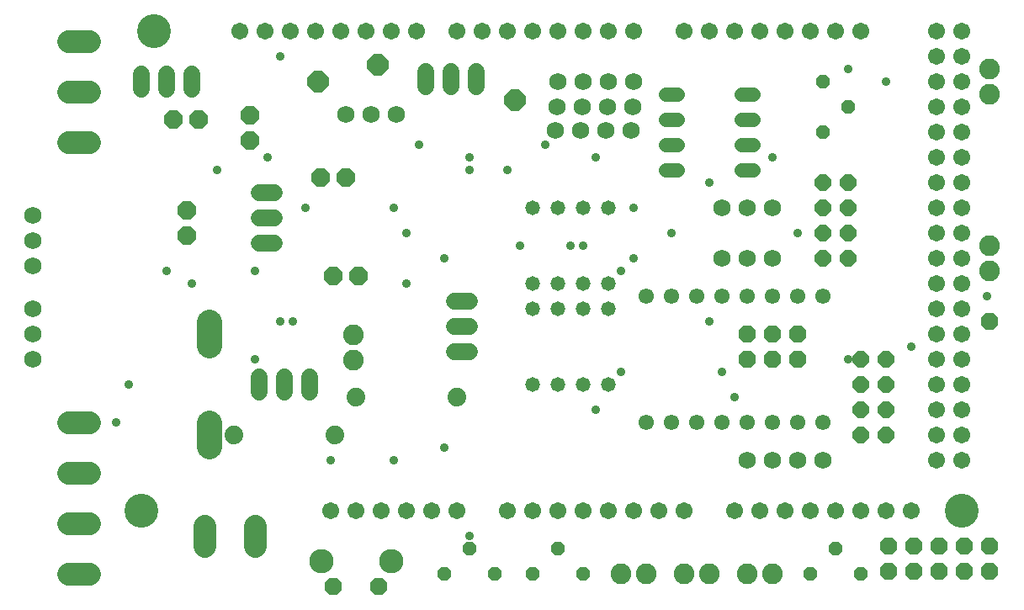
<source format=gbs>
G75*
G70*
%OFA0B0*%
%FSLAX24Y24*%
%IPPOS*%
%LPD*%
%AMOC8*
5,1,8,0,0,1.08239X$1,22.5*
%
%ADD10C,0.0680*%
%ADD11C,0.0680*%
%ADD12C,0.0740*%
%ADD13C,0.0671*%
%ADD14C,0.1340*%
%ADD15OC8,0.0840*%
%ADD16C,0.0986*%
%ADD17OC8,0.0680*%
%ADD18OC8,0.0640*%
%ADD19C,0.0611*%
%ADD20C,0.0965*%
%ADD21C,0.0820*%
%ADD22C,0.0905*%
%ADD23C,0.0560*%
%ADD24OC8,0.0560*%
%ADD25C,0.0580*%
%ADD26OC8,0.0710*%
%ADD27C,0.0350*%
D10*
X008133Y016650D03*
X008133Y017650D03*
X008133Y018650D03*
X008133Y020350D03*
X008133Y021350D03*
X008133Y022350D03*
X020533Y026350D03*
X021533Y026350D03*
X022533Y026350D03*
X028833Y025700D03*
X028883Y026650D03*
X029883Y026650D03*
X029833Y025700D03*
X030833Y025700D03*
X030883Y026650D03*
X031883Y026650D03*
X031833Y025700D03*
X031933Y027650D03*
X030933Y027650D03*
X029933Y027650D03*
X028933Y027650D03*
X035433Y022650D03*
X036433Y022650D03*
X037433Y022650D03*
X037433Y020650D03*
X036433Y020650D03*
X035433Y020650D03*
X036433Y012650D03*
X037433Y012650D03*
X038433Y012650D03*
X039433Y012650D03*
D11*
X025433Y016950D02*
X024833Y016950D01*
X024833Y017950D02*
X025433Y017950D01*
X025433Y018950D02*
X024833Y018950D01*
X019083Y015950D02*
X019083Y015350D01*
X018083Y015350D02*
X018083Y015950D01*
X017083Y015950D02*
X017083Y015350D01*
X017083Y021250D02*
X017683Y021250D01*
X017683Y022250D02*
X017083Y022250D01*
X017083Y023250D02*
X017683Y023250D01*
X014433Y027350D02*
X014433Y027950D01*
X013433Y027950D02*
X013433Y027350D01*
X012433Y027350D02*
X012433Y027950D01*
X023683Y028050D02*
X023683Y027450D01*
X024683Y027450D02*
X024683Y028050D01*
X025683Y028050D02*
X025683Y027450D01*
D12*
X024933Y015150D03*
X020933Y015150D03*
X020083Y013650D03*
X016083Y013650D03*
D13*
X019933Y010650D03*
X020933Y010650D03*
X021933Y010650D03*
X022933Y010650D03*
X023933Y010650D03*
X024933Y010650D03*
X026933Y010650D03*
X027933Y010650D03*
X028933Y010650D03*
X029933Y010650D03*
X030933Y010650D03*
X031933Y010650D03*
X032933Y010650D03*
X033933Y010650D03*
X035933Y010650D03*
X036933Y010650D03*
X037933Y010650D03*
X038933Y010650D03*
X039933Y010650D03*
X040933Y010650D03*
X041933Y010650D03*
X042933Y010650D03*
X043933Y012650D03*
X043933Y013650D03*
X044933Y013650D03*
X044933Y012650D03*
X044933Y014650D03*
X043933Y014650D03*
X043933Y015650D03*
X043933Y016650D03*
X044933Y016650D03*
X044933Y015650D03*
X044933Y017650D03*
X043933Y017650D03*
X043933Y018650D03*
X043933Y019650D03*
X044933Y019650D03*
X044933Y018650D03*
X044933Y020650D03*
X043933Y020650D03*
X043933Y021650D03*
X044933Y021650D03*
X044933Y022650D03*
X043933Y022650D03*
X043933Y023650D03*
X044933Y023650D03*
X044933Y024650D03*
X043933Y024650D03*
X043933Y025650D03*
X043933Y026650D03*
X044933Y026650D03*
X044933Y025650D03*
X044933Y027650D03*
X043933Y027650D03*
X043933Y028650D03*
X043933Y029650D03*
X044933Y029650D03*
X044933Y028650D03*
X040933Y029650D03*
X039933Y029650D03*
X038933Y029650D03*
X037933Y029650D03*
X036933Y029650D03*
X035933Y029650D03*
X034933Y029650D03*
X033933Y029650D03*
X031933Y029650D03*
X030933Y029650D03*
X029933Y029650D03*
X028933Y029650D03*
X027933Y029650D03*
X026933Y029650D03*
X025933Y029650D03*
X024933Y029650D03*
X023333Y029650D03*
X022333Y029650D03*
X021333Y029650D03*
X020333Y029650D03*
X019333Y029650D03*
X018333Y029650D03*
X017333Y029650D03*
X016333Y029650D03*
D14*
X012933Y029650D03*
X012433Y010650D03*
X044933Y010650D03*
D15*
X027233Y026900D03*
X021783Y028300D03*
X019433Y027650D03*
D16*
X015133Y018103D02*
X015133Y017197D01*
X015133Y014103D02*
X015133Y013197D01*
D17*
X020043Y007660D03*
X021823Y007660D03*
X036433Y016650D03*
X037433Y016650D03*
X038433Y016650D03*
X038433Y017650D03*
X037433Y017650D03*
X036433Y017650D03*
X046033Y018150D03*
X046033Y009250D03*
X045033Y009250D03*
X044033Y009250D03*
X043033Y009250D03*
X042033Y009250D03*
X042033Y008250D03*
X043033Y008250D03*
X044033Y008250D03*
X045033Y008250D03*
X046033Y008250D03*
D18*
X041933Y013650D03*
X040933Y013650D03*
X040933Y014650D03*
X041933Y014650D03*
X041933Y015650D03*
X040933Y015650D03*
X040933Y016650D03*
X041933Y016650D03*
X040433Y020650D03*
X039433Y020650D03*
X039433Y021650D03*
X040433Y021650D03*
X040433Y022650D03*
X039433Y022650D03*
X039433Y023650D03*
X040433Y023650D03*
D19*
X039433Y019150D03*
X038433Y019150D03*
X037433Y019150D03*
X036433Y019150D03*
X035433Y019150D03*
X034433Y019150D03*
X033433Y019150D03*
X032433Y019150D03*
X032433Y014150D03*
X033433Y014150D03*
X034433Y014150D03*
X035433Y014150D03*
X036433Y014150D03*
X037433Y014150D03*
X038433Y014150D03*
X039433Y014150D03*
D20*
X022313Y008640D03*
X019553Y008640D03*
D21*
X020833Y016600D03*
X020833Y017600D03*
X031433Y008150D03*
X032433Y008150D03*
X033933Y008150D03*
X034933Y008150D03*
X036433Y008150D03*
X037433Y008150D03*
X046033Y020150D03*
X046033Y021150D03*
X046033Y027150D03*
X046033Y028150D03*
D22*
X010346Y008150D02*
X009521Y008150D01*
X009521Y010150D02*
X010346Y010150D01*
X010346Y012150D02*
X009521Y012150D01*
X009521Y014150D02*
X010346Y014150D01*
X014933Y010063D02*
X014933Y009238D01*
X016933Y009238D02*
X016933Y010063D01*
X010346Y025250D02*
X009521Y025250D01*
X009521Y027250D02*
X010346Y027250D01*
X010346Y029250D02*
X009521Y029250D01*
D23*
X033193Y027150D02*
X033673Y027150D01*
X033673Y026150D02*
X033193Y026150D01*
X033193Y025150D02*
X033673Y025150D01*
X033673Y024150D02*
X033193Y024150D01*
X036193Y024150D02*
X036673Y024150D01*
X036673Y025150D02*
X036193Y025150D01*
X036193Y026150D02*
X036673Y026150D01*
X036673Y027150D02*
X036193Y027150D01*
D24*
X039433Y027650D03*
X040433Y026650D03*
X039433Y025650D03*
X039933Y009150D03*
X038933Y008150D03*
X040933Y008150D03*
X029933Y008150D03*
X028933Y009150D03*
X027933Y008150D03*
X026433Y008150D03*
X025433Y009150D03*
X024433Y008150D03*
D25*
X027933Y015650D03*
X028933Y015650D03*
X029933Y015650D03*
X030933Y015650D03*
X030933Y018650D03*
X029933Y018650D03*
X028933Y018650D03*
X027933Y018650D03*
X027933Y019650D03*
X028933Y019650D03*
X029933Y019650D03*
X030933Y019650D03*
X030933Y022650D03*
X029933Y022650D03*
X028933Y022650D03*
X027933Y022650D03*
D26*
X021033Y019950D03*
X020033Y019950D03*
X019533Y023850D03*
X020533Y023850D03*
X016733Y025300D03*
X016733Y026300D03*
X014683Y026150D03*
X013683Y026150D03*
X014233Y022550D03*
X014233Y021550D03*
D27*
X013433Y020150D03*
X014433Y019650D03*
X016933Y020150D03*
X017933Y018150D03*
X018433Y018150D03*
X016933Y016650D03*
X011933Y015650D03*
X011433Y014150D03*
X019933Y012650D03*
X022433Y012650D03*
X024433Y013150D03*
X025433Y009650D03*
X030433Y014650D03*
X031433Y016150D03*
X034933Y018150D03*
X035433Y016150D03*
X035933Y015150D03*
X040433Y016650D03*
X042933Y017150D03*
X045933Y019150D03*
X038433Y021650D03*
X034933Y023650D03*
X033433Y021650D03*
X031933Y020650D03*
X031433Y020150D03*
X029933Y021150D03*
X029433Y021150D03*
X027433Y021150D03*
X024433Y020650D03*
X022933Y019650D03*
X022933Y021650D03*
X022433Y022650D03*
X023433Y025150D03*
X025433Y024650D03*
X025433Y024150D03*
X026933Y024150D03*
X028433Y025150D03*
X030433Y024650D03*
X031933Y022650D03*
X037433Y024650D03*
X041933Y027650D03*
X040433Y028150D03*
X018933Y022650D03*
X017433Y024650D03*
X015433Y024150D03*
X017933Y028650D03*
M02*

</source>
